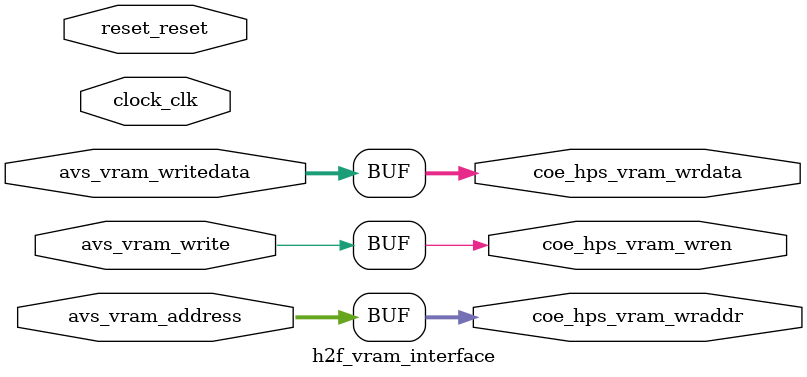
<source format=sv>
/* h2f_vram_interface.sv
 * Exposes the CPU-Facing VRAM Write Port to the DMA Engine. Essentially acts as a "wire" for all of
 *   the necessary signals for the VRAM write port, directly connecting them to the Avalon Bus.
 */

module h2f_vram_interface (
    input  logic        clock_clk,
    input  logic        reset_reset,

    // Write port to VRAM
    input  logic [11:0]  avs_vram_address,
    input  logic         avs_vram_write,
    input  logic [127:0] avs_vram_writedata,

    // ppu conduit
    output logic [11:0]  coe_hps_vram_wraddr,
    output logic         coe_hps_vram_wren,
    output logic [127:0] coe_hps_vram_wrdata
);

    assign coe_hps_vram_wraddr = avs_vram_address;
    assign coe_hps_vram_wren = avs_vram_write;
    assign coe_hps_vram_wrdata = avs_vram_writedata;

endmodule : h2f_vram_interface

</source>
